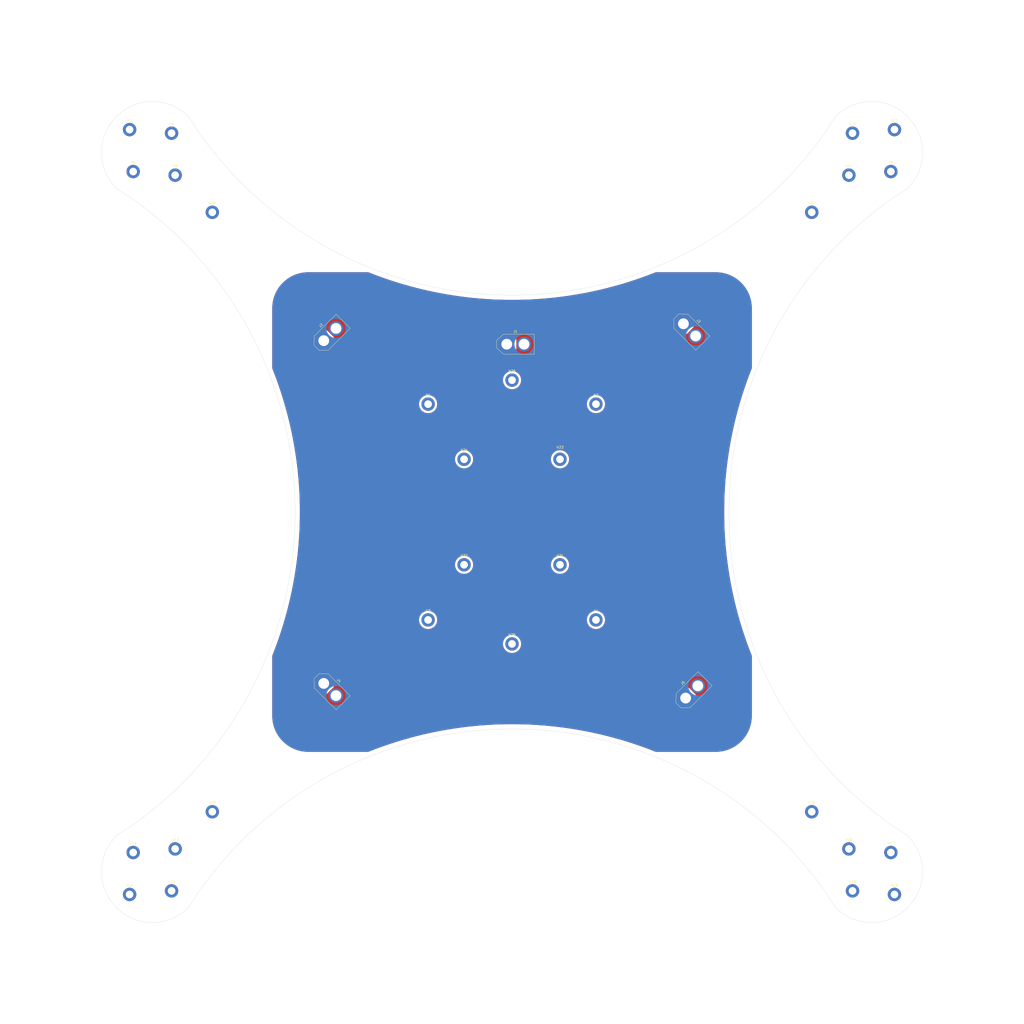
<source format=kicad_pcb>
(kicad_pcb (version 20241229) (generator "pcbnew") (generator_version "9.0")
  (layers (0 "F.Cu" signal) (2 "B.Cu" signal) (13 "F.Paste" user) (15 "B.Paste" user) (5 "F.SilkS" user "F.Silkscreen") (7 "B.SilkS" user "B.Silkscreen") (1 "F.Mask" user) (3 "B.Mask" user) (25 "Edge.Cuts" user))
  (net 0 "")
  (net 1 "+BATT")
  (net 2 "-BATT")
  (footprint "MountingHole:MountingHole_3.2mm_M3_DIN965_Pad" (layer "F.Cu") (at 275 225)
    (property "Reference" "H30" (at 0 -3.8 0) (layer "F.SilkS"))
    (property "Value" "MountingHole")
    (pad "1" thru_hole circle (at 0 0) (size 5.6 5.6) (drill 3.2) (layers "*.Cu" "*.Mask"))
  )
  (footprint "MountingHole:MountingHole_3.2mm_M3_DIN965_Pad" (layer "F.Cu") (at 290.5 240.5)
    (property "Reference" "H20" (at 0 -3.8 0) (layer "F.SilkS"))
    (property "Value" "MountingHole")
    (pad "1" thru_hole circle (at 0 0) (size 5.6 5.6) (drill 3.2) (layers "*.Cu" "*.Mask"))
  )
  (footprint "MountingHole:MountingHole_3.2mm_M3_DIN965_Pad" (layer "F.Cu") (at 185 145)
    (property "Reference" "H4" (at 0 -3.8 0) (layer "F.SilkS"))
    (property "Value" "MountingHole")
    (pad "1" thru_hole circle (at 0 0) (size 5.6 5.6) (drill 3.2) (layers "*.Cu" "*.Mask"))
  )
  (footprint "MountingHole:MountingHole_3.2mm_M3_DIN965_Pad" (layer "F.Cu") (at 292 258)
    (property "Reference" "H18" (at 0 -3.8 0) (layer "F.SilkS"))
    (property "Value" "MountingHole")
    (pad "1" thru_hole circle (at 0 0) (size 5.6 5.6) (drill 3.2) (layers "*.Cu" "*.Mask"))
  )
  (footprint "Connector_AMASS:AMASS_XT60-M_1x02_P7.20mm_Vertical" (layer "F.Cu") (at 221.482144 21.482144 -45)
    (property "Reference" "J3" (at 3.599999 -5.3 135) (layer "F.SilkS"))
    (property "Value" "FR")
    (fp_line (start -4.25 1.55) (end -1.4 4.150001) (stroke (width 0.12)) (layer "F.SilkS"))
    (fp_line (start -1.4 4.150001) (end 11.450001 4.15) (stroke (width 0.12)) (layer "F.SilkS"))
    (fp_line (start -4.25 -1.6) (end -4.25 1.55) (stroke (width 0.12)) (layer "F.SilkS"))
    (fp_line (start -1.4 -4.150001) (end -4.25 -1.6) (stroke (width 0.12)) (layer "F.SilkS"))
    (fp_line (start 11.450001 4.15) (end 11.450001 -4.15) (stroke (width 0.12)) (layer "F.SilkS"))
    (fp_line (start 11.450001 -4.15) (end -1.4 -4.150001) (stroke (width 0.12)) (layer "F.SilkS"))
    (pad "1" thru_hole roundrect (at 0 0 315) (size 6 6) (drill 4.5) (layers "*.Cu" "*.Mask") (net 2 "-BATT"))
    (pad "2" thru_hole circle (at 7.2 0 315) (size 6 6) (drill 4.5) (layers "*.Cu" "*.Mask") (net 1 "+BATT"))
  )
  (footprint "MountingHole:MountingHole_3.2mm_M3_DIN965_Pad" (layer "F.Cu") (at 170 78)
    (property "Reference" "H23" (at 0 -5 0) (layer "F.SilkS"))
    (property "Value" "MountingHole")
    (pad "1" thru_hole circle (at 0 0) (size 5.6 5.6) (drill 3.2) (layers "*.Cu" "*.Mask"))
  )
  (footprint "MountingHole:MountingHole_3.2mm_M3_DIN965_Pad" (layer "F.Cu") (at 8 -58)
    (property "Reference" "H5" (at 0 -3.8 0) (layer "F.SilkS"))
    (property "Value" "MountingHole")
    (pad "1" thru_hole circle (at 0 0) (size 5.6 5.6) (drill 3.2) (layers "*.Cu" "*.Mask"))
  )
  (footprint "MountingHole:MountingHole_3.2mm_M3_DIN965_Pad" (layer "F.Cu") (at 25 225)
    (property "Reference" "H29" (at 0 -3.8 0) (layer "F.SilkS"))
    (property "Value" "MountingHole")
    (pad "1" thru_hole circle (at 0 0) (size 5.6 5.6) (drill 3.2) (layers "*.Cu" "*.Mask"))
  )
  (footprint "MountingHole:MountingHole_3.2mm_M3_DIN965_Pad" (layer "F.Cu") (at -9.5 259.5)
    (property "Reference" "H14" (at 0 -3.8 0) (layer "F.SilkS"))
    (property "Value" "MountingHole")
    (pad "1" thru_hole circle (at 0 0) (size 5.6 5.6) (drill 3.2) (layers "*.Cu" "*.Mask"))
  )
  (footprint "MountingHole:MountingHole_3.2mm_M3_DIN965_Pad" (layer "F.Cu") (at 9.5 -40.5)
    (property "Reference" "H8" (at 0 -3.8 0) (layer "F.SilkS"))
    (property "Value" "MountingHole")
    (pad "1" thru_hole circle (at 0 0) (size 5.6 5.6) (drill 3.2) (layers "*.Cu" "*.Mask"))
  )
  (footprint "MountingHole:MountingHole_3.2mm_M3_DIN965_Pad" (layer "F.Cu") (at 150 155)
    (property "Reference" "H25" (at 0 -3.8 0) (layer "F.SilkS"))
    (property "Value" "MountingHole")
    (pad "1" thru_hole circle (at 0 0) (size 5.6 5.6) (drill 3.2) (layers "*.Cu" "*.Mask"))
  )
  (footprint "MountingHole:MountingHole_3.2mm_M3_DIN965_Pad" (layer "F.Cu") (at -9.5 -59.5)
    (property "Reference" "H7" (at 0 -3.8 0) (layer "F.SilkS"))
    (property "Value" "MountingHole")
    (pad "1" thru_hole circle (at 0 0) (size 5.6 5.6) (drill 3.2) (layers "*.Cu" "*.Mask"))
  )
  (footprint "MountingHole:MountingHole_3.2mm_M3_DIN965_Pad" (layer "F.Cu") (at 275 -25)
    (property "Reference" "H27" (at 0 -3.8 0) (layer "F.SilkS"))
    (property "Value" "MountingHole")
    (pad "1" thru_hole circle (at 0 0) (size 5.6 5.6) (drill 3.2) (layers "*.Cu" "*.Mask"))
  )
  (footprint "MountingHole:MountingHole_3.2mm_M3_DIN965_Pad" (layer "F.Cu") (at 25 -25)
    (property "Reference" "H28" (at 0 -3.8 0) (layer "F.SilkS"))
    (property "Value" "MountingHole")
    (pad "1" thru_hole circle (at 0 0) (size 5.6 5.6) (drill 3.2) (layers "*.Cu" "*.Mask"))
  )
  (footprint "MountingHole:MountingHole_3.2mm_M3_DIN965_Pad" (layer "F.Cu") (at -8 -42)
    (property "Reference" "H6" (at 0 -3.8 0) (layer "F.SilkS"))
    (property "Value" "MountingHole")
    (pad "1" thru_hole circle (at 0 0) (size 5.6 5.6) (drill 3.2) (layers "*.Cu" "*.Mask"))
  )
  (footprint "Connector_AMASS:AMASS_XT60-M_1x02_P7.20mm_Vertical" (layer "F.Cu") (at 147.8 30)
    (property "Reference" "J1" (at 3.6 -5.3 180) (layer "F.SilkS"))
    (property "Value" "Main")
    (fp_line (start -4.25 -1.6) (end -4.25 1.55) (stroke (width 0.12)) (layer "F.SilkS"))
    (fp_line (start -4.25 1.55) (end -1.4 4.15) (stroke (width 0.12)) (layer "F.SilkS"))
    (fp_line (start -1.4 -4.15) (end -4.25 -1.6) (stroke (width 0.12)) (layer "F.SilkS"))
    (fp_line (start -1.4 4.15) (end 11.45 4.15) (stroke (width 0.12)) (layer "F.SilkS"))
    (fp_line (start 11.45 -4.15) (end -1.4 -4.15) (stroke (width 0.12)) (layer "F.SilkS"))
    (fp_line (start 11.45 4.15) (end 11.45 -4.15) (stroke (width 0.12)) (layer "F.SilkS"))
    (pad "1" thru_hole roundrect (at 0 0) (size 6 6) (drill 4.5) (layers "*.Cu" "*.Mask") (net 2 "-BATT"))
    (pad "2" thru_hole circle (at 7.2 0) (size 6 6) (drill 4.5) (layers "*.Cu" "*.Mask") (net 1 "+BATT"))
  )
  (footprint "MountingHole:MountingHole_3.2mm_M3_DIN965_Pad" (layer "F.Cu") (at 130 78)
    (property "Reference" "H24" (at 0 -3.8 0) (layer "F.SilkS"))
    (property "Value" "MountingHole")
    (pad "1" thru_hole circle (at 0 0) (size 5.6 5.6) (drill 3.2) (layers "*.Cu" "*.Mask"))
  )
  (footprint "MountingHole:MountingHole_3.2mm_M3_DIN965_Pad" (layer "F.Cu") (at 290.5 -40.5)
    (property "Reference" "H11" (at 0 -3.8 0) (layer "F.SilkS"))
    (property "Value" "MountingHole")
    (pad "1" thru_hole circle (at 0 0) (size 5.6 5.6) (drill 3.2) (layers "*.Cu" "*.Mask"))
  )
  (footprint "MountingHole:MountingHole_3.2mm_M3_DIN965_Pad" (layer "F.Cu") (at 115 55)
    (property "Reference" "H1" (at 0 -3.8 0) (layer "F.SilkS"))
    (property "Value" "MountingHole")
    (pad "1" thru_hole circle (at 0 0) (size 5.6 5.6) (drill 3.2) (layers "*.Cu" "*.Mask"))
  )
  (footprint "MountingHole:MountingHole_3.2mm_M3_DIN965_Pad" (layer "F.Cu") (at 309.5 259.5)
    (property "Reference" "H19" (at 0 -3.8 0) (layer "F.SilkS"))
    (property "Value" "MountingHole")
    (pad "1" thru_hole circle (at 0 0) (size 5.6 5.6) (drill 3.2) (layers "*.Cu" "*.Mask"))
  )
  (footprint "MountingHole:MountingHole_3.2mm_M3_DIN965_Pad" (layer "F.Cu") (at 150 45)
    (property "Reference" "H26" (at 0 -3.8 0) (layer "F.SilkS"))
    (property "Value" "MountingHole")
    (pad "1" thru_hole circle (at 0 0) (size 5.6 5.6) (drill 3.2) (layers "*.Cu" "*.Mask"))
  )
  (footprint "MountingHole:MountingHole_3.2mm_M3_DIN965_Pad" (layer "F.Cu") (at 9.5 240.5)
    (property "Reference" "H13" (at 0 -3.8 0) (layer "F.SilkS"))
    (property "Value" "MountingHole")
    (pad "1" thru_hole circle (at 0 0) (size 5.6 5.6) (drill 3.2) (layers "*.Cu" "*.Mask"))
  )
  (footprint "MountingHole:MountingHole_3.2mm_M3_DIN965_Pad" (layer "F.Cu") (at -8 242)
    (property "Reference" "H16" (at 0 -3.8 0) (layer "F.SilkS"))
    (property "Value" "MountingHole")
    (pad "1" thru_hole circle (at 0 0) (size 5.6 5.6) (drill 3.2) (layers "*.Cu" "*.Mask"))
  )
  (footprint "Connector_AMASS:AMASS_XT60-M_1x02_P7.20mm_Vertical" (layer "F.Cu") (at 71.482144 28.517857 45)
    (property "Reference" "J2" (at 3.599999 -5.3 45) (layer "F.SilkS"))
    (property "Value" "FL")
    (fp_line (start -4.25 -1.6) (end -4.25 1.55) (stroke (width 0.12)) (layer "F.SilkS"))
    (fp_line (start -1.4 -4.150001) (end -4.25 -1.6) (stroke (width 0.12)) (layer "F.SilkS"))
    (fp_line (start -4.25 1.55) (end -1.4 4.150001) (stroke (width 0.12)) (layer "F.SilkS"))
    (fp_line (start -1.4 4.150001) (end 11.450001 4.15) (stroke (width 0.12)) (layer "F.SilkS"))
    (fp_line (start 11.450001 -4.15) (end -1.4 -4.150001) (stroke (width 0.12)) (layer "F.SilkS"))
    (fp_line (start 11.450001 4.15) (end 11.450001 -4.15) (stroke (width 0.12)) (layer "F.SilkS"))
    (pad "1" thru_hole roundrect (at 0 0 45) (size 6 6) (drill 4.5) (layers "*.Cu" "*.Mask") (net 2 "-BATT"))
    (pad "2" thru_hole circle (at 7.2 0 45) (size 6 6) (drill 4.5) (layers "*.Cu" "*.Mask") (net 1 "+BATT"))
  )
  (footprint "MountingHole:MountingHole_3.2mm_M3_DIN965_Pad" (layer "F.Cu") (at 309.5 -59.5)
    (property "Reference" "H12" (at 0 -3.8 0) (layer "F.SilkS"))
    (property "Value" "MountingHole")
    (pad "1" thru_hole circle (at 0 0) (size 5.6 5.6) (drill 3.2) (layers "*.Cu" "*.Mask"))
  )
  (footprint "MountingHole:MountingHole_3.2mm_M3_DIN965_Pad" (layer "F.Cu") (at 308 242)
    (property "Reference" "H17" (at 0 -3.8 0) (layer "F.SilkS"))
    (property "Value" "MountingHole")
    (pad "1" thru_hole circle (at 0 0) (size 5.6 5.6) (drill 3.2) (layers "*.Cu" "*.Mask"))
  )
  (footprint "Connector_AMASS:AMASS_XT60-M_1x02_P7.20mm_Vertical" (layer "F.Cu") (at 71.482144 171.482144 -45)
    (property "Reference" "J4" (at 3.599999 -5.3 135) (layer "F.SilkS"))
    (property "Value" "RL")
    (fp_line (start -4.25 1.55) (end -1.4 4.150001) (stroke (width 0.12)) (layer "F.SilkS"))
    (fp_line (start -1.4 4.150001) (end 11.450001 4.15) (stroke (width 0.12)) (layer "F.SilkS"))
    (fp_line (start -4.25 -1.6) (end -4.25 1.55) (stroke (width 0.12)) (layer "F.SilkS"))
    (fp_line (start -1.4 -4.150001) (end -4.25 -1.6) (stroke (width 0.12)) (layer "F.SilkS"))
    (fp_line (start 11.450001 4.15) (end 11.450001 -4.15) (stroke (width 0.12)) (layer "F.SilkS"))
    (fp_line (start 11.450001 -4.15) (end -1.4 -4.150001) (stroke (width 0.12)) (layer "F.SilkS"))
    (pad "1" thru_hole roundrect (at 0 0 315) (size 6 6) (drill 4.5) (layers "*.Cu" "*.Mask") (net 2 "-BATT"))
    (pad "2" thru_hole circle (at 7.2 0 315) (size 6 6) (drill 4.5) (layers "*.Cu" "*.Mask") (net 1 "+BATT"))
  )
  (footprint "MountingHole:MountingHole_3.2mm_M3_DIN965_Pad" (layer "F.Cu") (at 115 145)
    (property "Reference" "H3" (at 0 -3.8 0) (layer "F.SilkS"))
    (property "Value" "MountingHole")
    (pad "1" thru_hole circle (at 0 0) (size 5.6 5.6) (drill 3.2) (layers "*.Cu" "*.Mask"))
  )
  (footprint "MountingHole:MountingHole_3.2mm_M3_DIN965_Pad" (layer "F.Cu") (at 308 -42)
    (property "Reference" "H9" (at 0 -3.8 0) (layer "F.SilkS"))
    (property "Value" "MountingHole")
    (pad "1" thru_hole circle (at 0 0) (size 5.6 5.6) (drill 3.2) (layers "*.Cu" "*.Mask"))
  )
  (footprint "MountingHole:MountingHole_3.2mm_M3_DIN965_Pad" (layer "F.Cu") (at 185 55)
    (property "Reference" "H2" (at 0 -3.8 0) (layer "F.SilkS"))
    (property "Value" "MountingHole")
    (pad "1" thru_hole circle (at 0 0) (size 5.6 5.6) (drill 3.2) (layers "*.Cu" "*.Mask"))
  )
  (footprint "MountingHole:MountingHole_3.2mm_M3_DIN965_Pad" (layer "F.Cu") (at 8 258)
    (property "Reference" "H15" (at 0 -3.8 0) (layer "F.SilkS"))
    (property "Value" "MountingHole")
    (pad "1" thru_hole circle (at 0 0) (size 5.6 5.6) (drill 3.2) (layers "*.Cu" "*.Mask"))
  )
  (footprint "MountingHole:MountingHole_3.2mm_M3_DIN965_Pad" (layer "F.Cu") (at 170 122)
    (property "Reference" "H21" (at 0 -3.8 0) (layer "F.SilkS"))
    (property "Value" "MountingHole")
    (pad "1" thru_hole circle (at 0 0) (size 5.6 5.6) (drill 3.2) (layers "*.Cu" "*.Mask"))
  )
  (footprint "MountingHole:MountingHole_3.2mm_M3_DIN965_Pad" (layer "F.Cu") (at 130 122)
    (property "Reference" "H22" (at 0 -3.8 0) (layer "F.SilkS"))
    (property "Value" "MountingHole")
    (pad "1" thru_hole circle (at 0 0) (size 5.6 5.6) (drill 3.2) (layers "*.Cu" "*.Mask"))
  )
  (footprint "MountingHole:MountingHole_3.2mm_M3_DIN965_Pad" (layer "F.Cu") (at 292 -58)
    (property "Reference" "H10" (at 0 -3.8 0) (layer "F.SilkS"))
    (property "Value" "MountingHole")
    (pad "1" thru_hole circle (at 0 0) (size 5.6 5.6) (drill 3.2) (layers "*.Cu" "*.Mask"))
  )
  (footprint "Connector_AMASS:AMASS_XT60-M_1x02_P7.20mm_Vertical" (layer "F.Cu") (at 222.408831 177.591169 45)
    (property "Reference" "J5" (at 3.599999 -5.3 45) (layer "F.SilkS"))
    (property "Value" "RR")
    (fp_line (start -4.25 -1.6) (end -4.25 1.55) (stroke (width 0.12)) (layer "F.SilkS"))
    (fp_line (start -1.4 -4.150001) (end -4.25 -1.6) (stroke (width 0.12)) (layer "F.SilkS"))
    (fp_line (start -4.25 1.55) (end -1.4 4.150001) (stroke (width 0.12)) (layer "F.SilkS"))
    (fp_line (start -1.4 4.150001) (end 11.450001 4.15) (stroke (width 0.12)) (layer "F.SilkS"))
    (fp_line (start 11.450001 -4.15) (end -1.4 -4.150001) (stroke (width 0.12)) (layer "F.SilkS"))
    (fp_line (start 11.450001 4.15) (end 11.450001 -4.15) (stroke (width 0.12)) (layer "F.SilkS"))
    (pad "1" thru_hole roundrect (at 0 0 45) (size 6 6) (drill 4.5) (layers "*.Cu" "*.Mask") (net 2 "-BATT"))
    (pad "2" thru_hole circle (at 7.2 0 45) (size 6 6) (drill 4.5) (layers "*.Cu" "*.Mask") (net 1 "+BATT"))
  )
  (gr_arc (start 315 235) (mid 315 265) (end 285 265) (stroke (width 0.1)) (layer "Edge.Cuts"))
  (gr_arc (start 285 -65) (mid 315 -65) (end 315 -35) (stroke (width 0.1)) (layer "Edge.Cuts"))
  (gr_arc (start -15.000001 -34.999999) (mid 59.53056 99.999999) (end -15.000001 234.999997) (stroke (width 0.1)) (layer "Edge.Cuts"))
  (gr_arc (start 315 235.000001) (mid 240.469438 100.000001) (end 315 -34.999999) (stroke (width 0.1)) (layer "Edge.Cuts"))
  (gr_arc (start -15 -35) (mid -15 -65) (end 15 -65) (stroke (width 0.1)) (layer "Edge.Cuts"))
  (gr_arc (start 284.999999 -65) (mid 150 9.530561) (end 15.000001 -65) (stroke (width 0.1)) (layer "Edge.Cuts"))
  (gr_arc (start 15.000002 265) (mid 150.000001 190.46944) (end 285 265) (stroke (width 0.1)) (layer "Edge.Cuts"))
  (gr_arc (start 15 265) (mid -15 265) (end -15 235) (stroke (width 0.1)) (layer "Edge.Cuts"))
  (zone (net 1) (net_name "+BATT") (layer "F.Cu") (connect_pads yes (clearance 1)) (min_thickness 0.5) (fill yes (thermal_gap 0.5) (thermal_bridge_width 0.5) (smoothing fillet) (radius 15))
    (polygon (pts (xy 50 0) (xy 250 0) (xy 250 200) (xy 50 200)))
  )
  (zone (net 2) (net_name "-BATT") (layer "B.Cu") (priority 1) (connect_pads yes (clearance 1)) (min_thickness 0.5) (fill yes (thermal_gap 0.5) (thermal_bridge_width 0.5) (smoothing fillet) (radius 15))
    (polygon (pts (xy 50 0) (xy 250 0) (xy 250 200) (xy 50 200)))
  )
)
</source>
